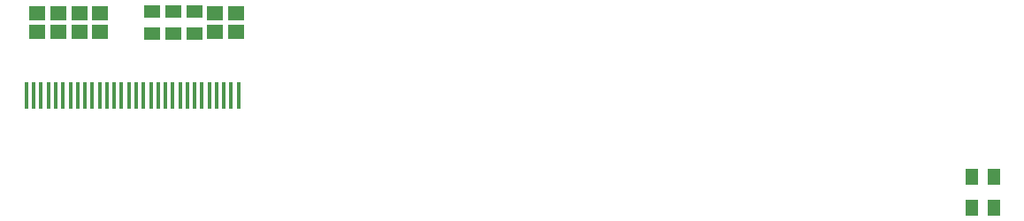
<source format=gbr>
%TF.GenerationSoftware,Altium Limited,Altium Designer,21.0.8 (223)*%
G04 Layer_Color=128*
%FSLAX45Y45*%
%MOMM*%
%TF.SameCoordinates,ED3C5559-8931-45A1-834E-F7BCE4D23214*%
%TF.FilePolarity,Positive*%
%TF.FileFunction,Paste,Bot*%
%TF.Part,Single*%
G01*
G75*
%TA.AperFunction,SMDPad,CuDef*%
%ADD10R,1.50000X1.20000*%
%ADD11R,1.20000X1.50000*%
%ADD17R,1.50000X1.45000*%
%ADD73R,0.40000X2.50000*%
D10*
X2175000Y3545000D02*
D03*
Y3755000D02*
D03*
X1775000Y3545000D02*
D03*
Y3755000D02*
D03*
X1975000Y3545000D02*
D03*
Y3755000D02*
D03*
D11*
X9620000Y2175000D02*
D03*
X9830000D02*
D03*
X9620000Y1875000D02*
D03*
X9830000D02*
D03*
D17*
X2375000Y3742500D02*
D03*
Y3557500D02*
D03*
X2575000Y3742500D02*
D03*
Y3557500D02*
D03*
X875000D02*
D03*
Y3742500D02*
D03*
X675000D02*
D03*
Y3557500D02*
D03*
X1275000Y3742500D02*
D03*
Y3557500D02*
D03*
X1075000D02*
D03*
Y3742500D02*
D03*
D73*
X2599500Y2947600D02*
D03*
X2389500D02*
D03*
X1969500D02*
D03*
X1759500D02*
D03*
X2179500D02*
D03*
X1199500D02*
D03*
X1409500D02*
D03*
X989500D02*
D03*
X2529500D02*
D03*
X2459500D02*
D03*
X2319500D02*
D03*
X2249500D02*
D03*
X2039500D02*
D03*
X2109500D02*
D03*
X1899500D02*
D03*
X1829500D02*
D03*
X1619500D02*
D03*
X1689500D02*
D03*
X1549500D02*
D03*
X1479500D02*
D03*
X1269500D02*
D03*
X1339500D02*
D03*
X1129500D02*
D03*
X1059500D02*
D03*
X919500D02*
D03*
X569500D02*
D03*
X849500D02*
D03*
X639500D02*
D03*
X709500D02*
D03*
X779500D02*
D03*
%TF.MD5,7599634d837b16f9d8359d4e776ca91e*%
M02*

</source>
